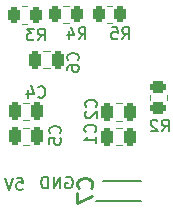
<source format=gbo>
G04 #@! TF.GenerationSoftware,KiCad,Pcbnew,7.0.5-0*
G04 #@! TF.CreationDate,2023-12-12T08:18:18-05:00*
G04 #@! TF.ProjectId,12v5VBuck,31327635-5642-4756-936b-2e6b69636164,rev?*
G04 #@! TF.SameCoordinates,Original*
G04 #@! TF.FileFunction,Legend,Bot*
G04 #@! TF.FilePolarity,Positive*
%FSLAX46Y46*%
G04 Gerber Fmt 4.6, Leading zero omitted, Abs format (unit mm)*
G04 Created by KiCad (PCBNEW 7.0.5-0) date 2023-12-12 08:18:18*
%MOMM*%
%LPD*%
G01*
G04 APERTURE LIST*
G04 Aperture macros list*
%AMRoundRect*
0 Rectangle with rounded corners*
0 $1 Rounding radius*
0 $2 $3 $4 $5 $6 $7 $8 $9 X,Y pos of 4 corners*
0 Add a 4 corners polygon primitive as box body*
4,1,4,$2,$3,$4,$5,$6,$7,$8,$9,$2,$3,0*
0 Add four circle primitives for the rounded corners*
1,1,$1+$1,$2,$3*
1,1,$1+$1,$4,$5*
1,1,$1+$1,$6,$7*
1,1,$1+$1,$8,$9*
0 Add four rect primitives between the rounded corners*
20,1,$1+$1,$2,$3,$4,$5,0*
20,1,$1+$1,$4,$5,$6,$7,0*
20,1,$1+$1,$6,$7,$8,$9,0*
20,1,$1+$1,$8,$9,$2,$3,0*%
G04 Aperture macros list end*
%ADD10C,0.150000*%
%ADD11C,0.254000*%
%ADD12C,0.120000*%
%ADD13C,0.200000*%
%ADD14C,1.701800*%
%ADD15RoundRect,0.250000X-0.262500X-0.450000X0.262500X-0.450000X0.262500X0.450000X-0.262500X0.450000X0*%
%ADD16R,1.800000X1.150000*%
%ADD17RoundRect,0.250000X-0.250000X-0.475000X0.250000X-0.475000X0.250000X0.475000X-0.250000X0.475000X0*%
%ADD18RoundRect,0.250000X-0.450000X0.262500X-0.450000X-0.262500X0.450000X-0.262500X0.450000X0.262500X0*%
G04 APERTURE END LIST*
D10*
X57087030Y-31969819D02*
X57563220Y-31969819D01*
X57563220Y-31969819D02*
X57610839Y-32446009D01*
X57610839Y-32446009D02*
X57563220Y-32398390D01*
X57563220Y-32398390D02*
X57467982Y-32350771D01*
X57467982Y-32350771D02*
X57229887Y-32350771D01*
X57229887Y-32350771D02*
X57134649Y-32398390D01*
X57134649Y-32398390D02*
X57087030Y-32446009D01*
X57087030Y-32446009D02*
X57039411Y-32541247D01*
X57039411Y-32541247D02*
X57039411Y-32779342D01*
X57039411Y-32779342D02*
X57087030Y-32874580D01*
X57087030Y-32874580D02*
X57134649Y-32922200D01*
X57134649Y-32922200D02*
X57229887Y-32969819D01*
X57229887Y-32969819D02*
X57467982Y-32969819D01*
X57467982Y-32969819D02*
X57563220Y-32922200D01*
X57563220Y-32922200D02*
X57610839Y-32874580D01*
X56753696Y-31969819D02*
X56420363Y-32969819D01*
X56420363Y-32969819D02*
X56087030Y-31969819D01*
X61239411Y-31917438D02*
X61334649Y-31869819D01*
X61334649Y-31869819D02*
X61477506Y-31869819D01*
X61477506Y-31869819D02*
X61620363Y-31917438D01*
X61620363Y-31917438D02*
X61715601Y-32012676D01*
X61715601Y-32012676D02*
X61763220Y-32107914D01*
X61763220Y-32107914D02*
X61810839Y-32298390D01*
X61810839Y-32298390D02*
X61810839Y-32441247D01*
X61810839Y-32441247D02*
X61763220Y-32631723D01*
X61763220Y-32631723D02*
X61715601Y-32726961D01*
X61715601Y-32726961D02*
X61620363Y-32822200D01*
X61620363Y-32822200D02*
X61477506Y-32869819D01*
X61477506Y-32869819D02*
X61382268Y-32869819D01*
X61382268Y-32869819D02*
X61239411Y-32822200D01*
X61239411Y-32822200D02*
X61191792Y-32774580D01*
X61191792Y-32774580D02*
X61191792Y-32441247D01*
X61191792Y-32441247D02*
X61382268Y-32441247D01*
X60763220Y-32869819D02*
X60763220Y-31869819D01*
X60763220Y-31869819D02*
X60191792Y-32869819D01*
X60191792Y-32869819D02*
X60191792Y-31869819D01*
X59715601Y-32869819D02*
X59715601Y-31869819D01*
X59715601Y-31869819D02*
X59477506Y-31869819D01*
X59477506Y-31869819D02*
X59334649Y-31917438D01*
X59334649Y-31917438D02*
X59239411Y-32012676D01*
X59239411Y-32012676D02*
X59191792Y-32107914D01*
X59191792Y-32107914D02*
X59144173Y-32298390D01*
X59144173Y-32298390D02*
X59144173Y-32441247D01*
X59144173Y-32441247D02*
X59191792Y-32631723D01*
X59191792Y-32631723D02*
X59239411Y-32726961D01*
X59239411Y-32726961D02*
X59334649Y-32822200D01*
X59334649Y-32822200D02*
X59477506Y-32869819D01*
X59477506Y-32869819D02*
X59715601Y-32869819D01*
X66011666Y-20229819D02*
X66344999Y-19753628D01*
X66583094Y-20229819D02*
X66583094Y-19229819D01*
X66583094Y-19229819D02*
X66202142Y-19229819D01*
X66202142Y-19229819D02*
X66106904Y-19277438D01*
X66106904Y-19277438D02*
X66059285Y-19325057D01*
X66059285Y-19325057D02*
X66011666Y-19420295D01*
X66011666Y-19420295D02*
X66011666Y-19563152D01*
X66011666Y-19563152D02*
X66059285Y-19658390D01*
X66059285Y-19658390D02*
X66106904Y-19706009D01*
X66106904Y-19706009D02*
X66202142Y-19753628D01*
X66202142Y-19753628D02*
X66583094Y-19753628D01*
X65106904Y-19229819D02*
X65583094Y-19229819D01*
X65583094Y-19229819D02*
X65630713Y-19706009D01*
X65630713Y-19706009D02*
X65583094Y-19658390D01*
X65583094Y-19658390D02*
X65487856Y-19610771D01*
X65487856Y-19610771D02*
X65249761Y-19610771D01*
X65249761Y-19610771D02*
X65154523Y-19658390D01*
X65154523Y-19658390D02*
X65106904Y-19706009D01*
X65106904Y-19706009D02*
X65059285Y-19801247D01*
X65059285Y-19801247D02*
X65059285Y-20039342D01*
X65059285Y-20039342D02*
X65106904Y-20134580D01*
X65106904Y-20134580D02*
X65154523Y-20182200D01*
X65154523Y-20182200D02*
X65249761Y-20229819D01*
X65249761Y-20229819D02*
X65487856Y-20229819D01*
X65487856Y-20229819D02*
X65583094Y-20182200D01*
X65583094Y-20182200D02*
X65630713Y-20134580D01*
D11*
X63353365Y-32788333D02*
X63413842Y-32727857D01*
X63413842Y-32727857D02*
X63474318Y-32546428D01*
X63474318Y-32546428D02*
X63474318Y-32425476D01*
X63474318Y-32425476D02*
X63413842Y-32244047D01*
X63413842Y-32244047D02*
X63292889Y-32123095D01*
X63292889Y-32123095D02*
X63171937Y-32062618D01*
X63171937Y-32062618D02*
X62930032Y-32002142D01*
X62930032Y-32002142D02*
X62748603Y-32002142D01*
X62748603Y-32002142D02*
X62506699Y-32062618D01*
X62506699Y-32062618D02*
X62385746Y-32123095D01*
X62385746Y-32123095D02*
X62264794Y-32244047D01*
X62264794Y-32244047D02*
X62204318Y-32425476D01*
X62204318Y-32425476D02*
X62204318Y-32546428D01*
X62204318Y-32546428D02*
X62264794Y-32727857D01*
X62264794Y-32727857D02*
X62325270Y-32788333D01*
X62204318Y-33211666D02*
X62204318Y-34058333D01*
X62204318Y-34058333D02*
X63474318Y-33514047D01*
D10*
X63778306Y-25958333D02*
X63825926Y-25910714D01*
X63825926Y-25910714D02*
X63873545Y-25767857D01*
X63873545Y-25767857D02*
X63873545Y-25672619D01*
X63873545Y-25672619D02*
X63825926Y-25529762D01*
X63825926Y-25529762D02*
X63730687Y-25434524D01*
X63730687Y-25434524D02*
X63635449Y-25386905D01*
X63635449Y-25386905D02*
X63444973Y-25339286D01*
X63444973Y-25339286D02*
X63302116Y-25339286D01*
X63302116Y-25339286D02*
X63111640Y-25386905D01*
X63111640Y-25386905D02*
X63016402Y-25434524D01*
X63016402Y-25434524D02*
X62921164Y-25529762D01*
X62921164Y-25529762D02*
X62873545Y-25672619D01*
X62873545Y-25672619D02*
X62873545Y-25767857D01*
X62873545Y-25767857D02*
X62921164Y-25910714D01*
X62921164Y-25910714D02*
X62968783Y-25958333D01*
X62968783Y-26339286D02*
X62921164Y-26386905D01*
X62921164Y-26386905D02*
X62873545Y-26482143D01*
X62873545Y-26482143D02*
X62873545Y-26720238D01*
X62873545Y-26720238D02*
X62921164Y-26815476D01*
X62921164Y-26815476D02*
X62968783Y-26863095D01*
X62968783Y-26863095D02*
X63064021Y-26910714D01*
X63064021Y-26910714D02*
X63159259Y-26910714D01*
X63159259Y-26910714D02*
X63302116Y-26863095D01*
X63302116Y-26863095D02*
X63873545Y-26291667D01*
X63873545Y-26291667D02*
X63873545Y-26910714D01*
X62259580Y-22018333D02*
X62307200Y-21970714D01*
X62307200Y-21970714D02*
X62354819Y-21827857D01*
X62354819Y-21827857D02*
X62354819Y-21732619D01*
X62354819Y-21732619D02*
X62307200Y-21589762D01*
X62307200Y-21589762D02*
X62211961Y-21494524D01*
X62211961Y-21494524D02*
X62116723Y-21446905D01*
X62116723Y-21446905D02*
X61926247Y-21399286D01*
X61926247Y-21399286D02*
X61783390Y-21399286D01*
X61783390Y-21399286D02*
X61592914Y-21446905D01*
X61592914Y-21446905D02*
X61497676Y-21494524D01*
X61497676Y-21494524D02*
X61402438Y-21589762D01*
X61402438Y-21589762D02*
X61354819Y-21732619D01*
X61354819Y-21732619D02*
X61354819Y-21827857D01*
X61354819Y-21827857D02*
X61402438Y-21970714D01*
X61402438Y-21970714D02*
X61450057Y-22018333D01*
X61354819Y-22875476D02*
X61354819Y-22685000D01*
X61354819Y-22685000D02*
X61402438Y-22589762D01*
X61402438Y-22589762D02*
X61450057Y-22542143D01*
X61450057Y-22542143D02*
X61592914Y-22446905D01*
X61592914Y-22446905D02*
X61783390Y-22399286D01*
X61783390Y-22399286D02*
X62164342Y-22399286D01*
X62164342Y-22399286D02*
X62259580Y-22446905D01*
X62259580Y-22446905D02*
X62307200Y-22494524D01*
X62307200Y-22494524D02*
X62354819Y-22589762D01*
X62354819Y-22589762D02*
X62354819Y-22780238D01*
X62354819Y-22780238D02*
X62307200Y-22875476D01*
X62307200Y-22875476D02*
X62259580Y-22923095D01*
X62259580Y-22923095D02*
X62164342Y-22970714D01*
X62164342Y-22970714D02*
X61926247Y-22970714D01*
X61926247Y-22970714D02*
X61831009Y-22923095D01*
X61831009Y-22923095D02*
X61783390Y-22875476D01*
X61783390Y-22875476D02*
X61735771Y-22780238D01*
X61735771Y-22780238D02*
X61735771Y-22589762D01*
X61735771Y-22589762D02*
X61783390Y-22494524D01*
X61783390Y-22494524D02*
X61831009Y-22446905D01*
X61831009Y-22446905D02*
X61926247Y-22399286D01*
X62321666Y-20229819D02*
X62654999Y-19753628D01*
X62893094Y-20229819D02*
X62893094Y-19229819D01*
X62893094Y-19229819D02*
X62512142Y-19229819D01*
X62512142Y-19229819D02*
X62416904Y-19277438D01*
X62416904Y-19277438D02*
X62369285Y-19325057D01*
X62369285Y-19325057D02*
X62321666Y-19420295D01*
X62321666Y-19420295D02*
X62321666Y-19563152D01*
X62321666Y-19563152D02*
X62369285Y-19658390D01*
X62369285Y-19658390D02*
X62416904Y-19706009D01*
X62416904Y-19706009D02*
X62512142Y-19753628D01*
X62512142Y-19753628D02*
X62893094Y-19753628D01*
X61464523Y-19563152D02*
X61464523Y-20229819D01*
X61702618Y-19182200D02*
X61940713Y-19896485D01*
X61940713Y-19896485D02*
X61321666Y-19896485D01*
X63718306Y-28088333D02*
X63765926Y-28040714D01*
X63765926Y-28040714D02*
X63813545Y-27897857D01*
X63813545Y-27897857D02*
X63813545Y-27802619D01*
X63813545Y-27802619D02*
X63765926Y-27659762D01*
X63765926Y-27659762D02*
X63670687Y-27564524D01*
X63670687Y-27564524D02*
X63575449Y-27516905D01*
X63575449Y-27516905D02*
X63384973Y-27469286D01*
X63384973Y-27469286D02*
X63242116Y-27469286D01*
X63242116Y-27469286D02*
X63051640Y-27516905D01*
X63051640Y-27516905D02*
X62956402Y-27564524D01*
X62956402Y-27564524D02*
X62861164Y-27659762D01*
X62861164Y-27659762D02*
X62813545Y-27802619D01*
X62813545Y-27802619D02*
X62813545Y-27897857D01*
X62813545Y-27897857D02*
X62861164Y-28040714D01*
X62861164Y-28040714D02*
X62908783Y-28088333D01*
X63813545Y-29040714D02*
X63813545Y-28469286D01*
X63813545Y-28755000D02*
X62813545Y-28755000D01*
X62813545Y-28755000D02*
X62956402Y-28659762D01*
X62956402Y-28659762D02*
X63051640Y-28564524D01*
X63051640Y-28564524D02*
X63099259Y-28469286D01*
X58871666Y-20329819D02*
X59204999Y-19853628D01*
X59443094Y-20329819D02*
X59443094Y-19329819D01*
X59443094Y-19329819D02*
X59062142Y-19329819D01*
X59062142Y-19329819D02*
X58966904Y-19377438D01*
X58966904Y-19377438D02*
X58919285Y-19425057D01*
X58919285Y-19425057D02*
X58871666Y-19520295D01*
X58871666Y-19520295D02*
X58871666Y-19663152D01*
X58871666Y-19663152D02*
X58919285Y-19758390D01*
X58919285Y-19758390D02*
X58966904Y-19806009D01*
X58966904Y-19806009D02*
X59062142Y-19853628D01*
X59062142Y-19853628D02*
X59443094Y-19853628D01*
X58538332Y-19329819D02*
X57919285Y-19329819D01*
X57919285Y-19329819D02*
X58252618Y-19710771D01*
X58252618Y-19710771D02*
X58109761Y-19710771D01*
X58109761Y-19710771D02*
X58014523Y-19758390D01*
X58014523Y-19758390D02*
X57966904Y-19806009D01*
X57966904Y-19806009D02*
X57919285Y-19901247D01*
X57919285Y-19901247D02*
X57919285Y-20139342D01*
X57919285Y-20139342D02*
X57966904Y-20234580D01*
X57966904Y-20234580D02*
X58014523Y-20282200D01*
X58014523Y-20282200D02*
X58109761Y-20329819D01*
X58109761Y-20329819D02*
X58395475Y-20329819D01*
X58395475Y-20329819D02*
X58490713Y-20282200D01*
X58490713Y-20282200D02*
X58538332Y-20234580D01*
X58891666Y-25101640D02*
X58939285Y-25149260D01*
X58939285Y-25149260D02*
X59082142Y-25196879D01*
X59082142Y-25196879D02*
X59177380Y-25196879D01*
X59177380Y-25196879D02*
X59320237Y-25149260D01*
X59320237Y-25149260D02*
X59415475Y-25054021D01*
X59415475Y-25054021D02*
X59463094Y-24958783D01*
X59463094Y-24958783D02*
X59510713Y-24768307D01*
X59510713Y-24768307D02*
X59510713Y-24625450D01*
X59510713Y-24625450D02*
X59463094Y-24434974D01*
X59463094Y-24434974D02*
X59415475Y-24339736D01*
X59415475Y-24339736D02*
X59320237Y-24244498D01*
X59320237Y-24244498D02*
X59177380Y-24196879D01*
X59177380Y-24196879D02*
X59082142Y-24196879D01*
X59082142Y-24196879D02*
X58939285Y-24244498D01*
X58939285Y-24244498D02*
X58891666Y-24292117D01*
X58034523Y-24530212D02*
X58034523Y-25196879D01*
X58272618Y-24149260D02*
X58510713Y-24863545D01*
X58510713Y-24863545D02*
X57891666Y-24863545D01*
X60724580Y-28195393D02*
X60772200Y-28147774D01*
X60772200Y-28147774D02*
X60819819Y-28004917D01*
X60819819Y-28004917D02*
X60819819Y-27909679D01*
X60819819Y-27909679D02*
X60772200Y-27766822D01*
X60772200Y-27766822D02*
X60676961Y-27671584D01*
X60676961Y-27671584D02*
X60581723Y-27623965D01*
X60581723Y-27623965D02*
X60391247Y-27576346D01*
X60391247Y-27576346D02*
X60248390Y-27576346D01*
X60248390Y-27576346D02*
X60057914Y-27623965D01*
X60057914Y-27623965D02*
X59962676Y-27671584D01*
X59962676Y-27671584D02*
X59867438Y-27766822D01*
X59867438Y-27766822D02*
X59819819Y-27909679D01*
X59819819Y-27909679D02*
X59819819Y-28004917D01*
X59819819Y-28004917D02*
X59867438Y-28147774D01*
X59867438Y-28147774D02*
X59915057Y-28195393D01*
X59819819Y-29100155D02*
X59819819Y-28623965D01*
X59819819Y-28623965D02*
X60296009Y-28576346D01*
X60296009Y-28576346D02*
X60248390Y-28623965D01*
X60248390Y-28623965D02*
X60200771Y-28719203D01*
X60200771Y-28719203D02*
X60200771Y-28957298D01*
X60200771Y-28957298D02*
X60248390Y-29052536D01*
X60248390Y-29052536D02*
X60296009Y-29100155D01*
X60296009Y-29100155D02*
X60391247Y-29147774D01*
X60391247Y-29147774D02*
X60629342Y-29147774D01*
X60629342Y-29147774D02*
X60724580Y-29100155D01*
X60724580Y-29100155D02*
X60772200Y-29052536D01*
X60772200Y-29052536D02*
X60819819Y-28957298D01*
X60819819Y-28957298D02*
X60819819Y-28719203D01*
X60819819Y-28719203D02*
X60772200Y-28623965D01*
X60772200Y-28623965D02*
X60724580Y-28576346D01*
X69361666Y-28029819D02*
X69694999Y-27553628D01*
X69933094Y-28029819D02*
X69933094Y-27029819D01*
X69933094Y-27029819D02*
X69552142Y-27029819D01*
X69552142Y-27029819D02*
X69456904Y-27077438D01*
X69456904Y-27077438D02*
X69409285Y-27125057D01*
X69409285Y-27125057D02*
X69361666Y-27220295D01*
X69361666Y-27220295D02*
X69361666Y-27363152D01*
X69361666Y-27363152D02*
X69409285Y-27458390D01*
X69409285Y-27458390D02*
X69456904Y-27506009D01*
X69456904Y-27506009D02*
X69552142Y-27553628D01*
X69552142Y-27553628D02*
X69933094Y-27553628D01*
X68980713Y-27125057D02*
X68933094Y-27077438D01*
X68933094Y-27077438D02*
X68837856Y-27029819D01*
X68837856Y-27029819D02*
X68599761Y-27029819D01*
X68599761Y-27029819D02*
X68504523Y-27077438D01*
X68504523Y-27077438D02*
X68456904Y-27125057D01*
X68456904Y-27125057D02*
X68409285Y-27220295D01*
X68409285Y-27220295D02*
X68409285Y-27315533D01*
X68409285Y-27315533D02*
X68456904Y-27458390D01*
X68456904Y-27458390D02*
X69028332Y-28029819D01*
X69028332Y-28029819D02*
X68409285Y-28029819D01*
D12*
X64717936Y-17390000D02*
X65172064Y-17390000D01*
X64717936Y-18860000D02*
X65172064Y-18860000D01*
D13*
X64400000Y-32275000D02*
X67600000Y-32275000D01*
X67600000Y-33925000D02*
X63800000Y-33925000D01*
D12*
X65447474Y-25650000D02*
X65969978Y-25650000D01*
X65447474Y-27120000D02*
X65969978Y-27120000D01*
X59338748Y-21220000D02*
X59861252Y-21220000D01*
X59338748Y-22690000D02*
X59861252Y-22690000D01*
X61027936Y-17390000D02*
X61482064Y-17390000D01*
X61027936Y-18860000D02*
X61482064Y-18860000D01*
X65447474Y-27760000D02*
X65969978Y-27760000D01*
X65447474Y-29230000D02*
X65969978Y-29230000D01*
X57527936Y-17440000D02*
X57982064Y-17440000D01*
X57527936Y-18910000D02*
X57982064Y-18910000D01*
X57613748Y-25617060D02*
X58136252Y-25617060D01*
X57613748Y-27087060D02*
X58136252Y-27087060D01*
X57613748Y-27707060D02*
X58136252Y-27707060D01*
X57613748Y-29177060D02*
X58136252Y-29177060D01*
X69810000Y-24927936D02*
X69810000Y-25382064D01*
X68340000Y-24927936D02*
X68340000Y-25382064D01*
%LPC*%
D14*
X60475001Y-30775000D03*
X56974998Y-30775000D03*
X68235001Y-30765000D03*
X64734998Y-30765000D03*
D15*
X64032500Y-18125000D03*
X65857500Y-18125000D03*
D16*
X64700000Y-33100000D03*
X67300000Y-33100000D03*
D17*
X64758726Y-26385000D03*
X66658726Y-26385000D03*
X58650000Y-21955000D03*
X60550000Y-21955000D03*
D15*
X60342500Y-18125000D03*
X62167500Y-18125000D03*
D17*
X64758726Y-28495000D03*
X66658726Y-28495000D03*
D15*
X56842500Y-18175000D03*
X58667500Y-18175000D03*
D17*
X56925000Y-26352060D03*
X58825000Y-26352060D03*
X56925000Y-28442060D03*
X58825000Y-28442060D03*
D18*
X69075000Y-24242500D03*
X69075000Y-26067500D03*
%LPD*%
M02*

</source>
